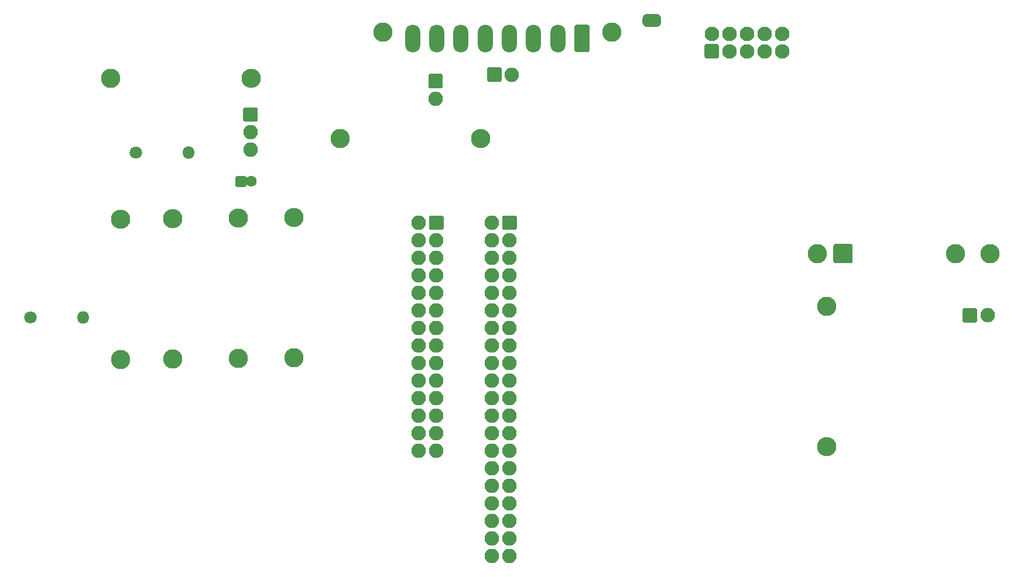
<source format=gbr>
%TF.GenerationSoftware,KiCad,Pcbnew,(5.1.9-0-10_14)*%
%TF.CreationDate,2021-02-14T15:54:45+00:00*%
%TF.ProjectId,base8x,62617365-3878-42e6-9b69-6361645f7063,rev?*%
%TF.SameCoordinates,Original*%
%TF.FileFunction,Soldermask,Bot*%
%TF.FilePolarity,Negative*%
%FSLAX46Y46*%
G04 Gerber Fmt 4.6, Leading zero omitted, Abs format (unit mm)*
G04 Created by KiCad (PCBNEW (5.1.9-0-10_14)) date 2021-02-14 15:54:45*
%MOMM*%
%LPD*%
G01*
G04 APERTURE LIST*
%ADD10C,2.800000*%
%ADD11O,1.800000X1.800000*%
%ADD12C,1.800000*%
%ADD13O,2.800000X2.800000*%
%ADD14C,2.100000*%
%ADD15O,2.100000X2.100000*%
%ADD16O,2.200000X4.000000*%
%ADD17C,0.100000*%
%ADD18C,1.600000*%
G04 APERTURE END LIST*
%TO.C,SSR-Ithink1*%
G36*
G01*
X-198021400Y-62576800D02*
X-198021400Y-60359200D01*
G75*
G02*
X-197730200Y-60068000I291200J0D01*
G01*
X-195512600Y-60068000D01*
G75*
G02*
X-195221400Y-60359200I0J-291200D01*
G01*
X-195221400Y-62576800D01*
G75*
G02*
X-195512600Y-62868000I-291200J0D01*
G01*
X-197730200Y-62868000D01*
G75*
G02*
X-198021400Y-62576800I0J291200D01*
G01*
G37*
D10*
X-200371400Y-61468000D03*
X-180371400Y-61468000D03*
X-175371400Y-61468000D03*
%TD*%
D11*
%TO.C,D2*%
X-306491640Y-70708520D03*
D12*
X-314111640Y-70708520D03*
%TD*%
D11*
%TO.C,D1*%
X-291302440Y-46791880D03*
D12*
X-298922440Y-46791880D03*
%TD*%
D13*
%TO.C,Resistor_SSR1*%
X-198958200Y-89433400D03*
D10*
X-198958200Y-69113400D03*
%TD*%
D13*
%TO.C,Resistor1*%
X-282178760Y-36062920D03*
D10*
X-302498760Y-36062920D03*
%TD*%
D13*
%TO.C,R5*%
X-249021600Y-44780200D03*
D10*
X-269341600Y-44780200D03*
%TD*%
D13*
%TO.C,R4*%
X-293547800Y-56438800D03*
D10*
X-293547800Y-76758800D03*
%TD*%
D13*
%TO.C,R3*%
X-276047200Y-56235600D03*
D10*
X-276047200Y-76555600D03*
%TD*%
D13*
%TO.C,R2*%
X-301066200Y-56489600D03*
D10*
X-301066200Y-76809600D03*
%TD*%
D13*
%TO.C,R1*%
X-284099000Y-56286400D03*
D10*
X-284099000Y-76606400D03*
%TD*%
%TO.C,J1*%
G36*
G01*
X-214879423Y-33206400D02*
X-216361777Y-33206400D01*
G75*
G02*
X-216670600Y-32897577I0J308823D01*
G01*
X-216670600Y-31415223D01*
G75*
G02*
X-216361777Y-31106400I308823J0D01*
G01*
X-214879423Y-31106400D01*
G75*
G02*
X-214570600Y-31415223I0J-308823D01*
G01*
X-214570600Y-32897577D01*
G75*
G02*
X-214879423Y-33206400I-308823J0D01*
G01*
G37*
D14*
X-213080600Y-32156400D03*
X-210540600Y-32156400D03*
X-208000600Y-32156400D03*
X-205460600Y-32156400D03*
X-215620600Y-29616400D03*
X-213080600Y-29616400D03*
X-210540600Y-29616400D03*
X-208000600Y-29616400D03*
X-205460600Y-29616400D03*
%TD*%
%TO.C,J3*%
G36*
G01*
X-256497800Y-57847600D02*
X-256497800Y-56147600D01*
G75*
G02*
X-256297800Y-55947600I200000J0D01*
G01*
X-254597800Y-55947600D01*
G75*
G02*
X-254397800Y-56147600I0J-200000D01*
G01*
X-254397800Y-57847600D01*
G75*
G02*
X-254597800Y-58047600I-200000J0D01*
G01*
X-256297800Y-58047600D01*
G75*
G02*
X-256497800Y-57847600I0J200000D01*
G01*
G37*
D15*
X-257987800Y-56997600D03*
X-255447800Y-59537600D03*
X-257987800Y-59537600D03*
X-255447800Y-62077600D03*
X-257987800Y-62077600D03*
X-255447800Y-64617600D03*
X-257987800Y-64617600D03*
X-255447800Y-67157600D03*
X-257987800Y-67157600D03*
X-255447800Y-69697600D03*
X-257987800Y-69697600D03*
X-255447800Y-72237600D03*
X-257987800Y-72237600D03*
X-255447800Y-74777600D03*
X-257987800Y-74777600D03*
X-255447800Y-77317600D03*
X-257987800Y-77317600D03*
X-255447800Y-79857600D03*
X-257987800Y-79857600D03*
X-255447800Y-82397600D03*
X-257987800Y-82397600D03*
X-255447800Y-84937600D03*
X-257987800Y-84937600D03*
X-255447800Y-87477600D03*
X-257987800Y-87477600D03*
X-255447800Y-90017600D03*
X-257987800Y-90017600D03*
%TD*%
%TO.C,J9*%
G36*
G01*
X-233265800Y-28607755D02*
X-233265800Y-31996645D01*
G75*
G02*
X-233571355Y-32302200I-305555J0D01*
G01*
X-235160245Y-32302200D01*
G75*
G02*
X-235465800Y-31996645I0J305555D01*
G01*
X-235465800Y-28607755D01*
G75*
G02*
X-235160245Y-28302200I305555J0D01*
G01*
X-233571355Y-28302200D01*
G75*
G02*
X-233265800Y-28607755I0J-305555D01*
G01*
G37*
D16*
X-237865800Y-30302200D03*
X-241365800Y-30302200D03*
X-244865800Y-30302200D03*
X-248365800Y-30302200D03*
X-251865800Y-30302200D03*
X-255365800Y-30302200D03*
X-258865800Y-30302200D03*
D10*
X-230065800Y-29402200D03*
X-263165800Y-29402200D03*
%TD*%
D17*
%TO.C,JP6*%
G36*
X-224938112Y-28635398D02*
G01*
X-224956534Y-28635398D01*
X-224976140Y-28634435D01*
X-225024971Y-28629625D01*
X-225044380Y-28626746D01*
X-225092505Y-28617174D01*
X-225111548Y-28612404D01*
X-225158503Y-28598160D01*
X-225176980Y-28591549D01*
X-225222313Y-28572772D01*
X-225240061Y-28564377D01*
X-225283334Y-28541246D01*
X-225300162Y-28531160D01*
X-225340961Y-28503900D01*
X-225356730Y-28492205D01*
X-225394659Y-28461077D01*
X-225409200Y-28447897D01*
X-225443897Y-28413200D01*
X-225457077Y-28398659D01*
X-225488205Y-28360730D01*
X-225499900Y-28344961D01*
X-225527160Y-28304162D01*
X-225537246Y-28287334D01*
X-225560377Y-28244061D01*
X-225568772Y-28226313D01*
X-225587549Y-28180980D01*
X-225594160Y-28162503D01*
X-225608404Y-28115548D01*
X-225613174Y-28096505D01*
X-225622746Y-28048380D01*
X-225625625Y-28028971D01*
X-225630435Y-27980140D01*
X-225631398Y-27960534D01*
X-225631398Y-27942112D01*
X-225632000Y-27936000D01*
X-225632000Y-27436000D01*
X-225631398Y-27429888D01*
X-225631398Y-27411466D01*
X-225630435Y-27391860D01*
X-225625625Y-27343029D01*
X-225622746Y-27323620D01*
X-225613174Y-27275495D01*
X-225608404Y-27256452D01*
X-225594160Y-27209497D01*
X-225587549Y-27191020D01*
X-225568772Y-27145687D01*
X-225560377Y-27127939D01*
X-225537246Y-27084666D01*
X-225527160Y-27067838D01*
X-225499900Y-27027039D01*
X-225488205Y-27011270D01*
X-225457077Y-26973341D01*
X-225443897Y-26958800D01*
X-225409200Y-26924103D01*
X-225394659Y-26910923D01*
X-225356730Y-26879795D01*
X-225340961Y-26868100D01*
X-225300162Y-26840840D01*
X-225283334Y-26830754D01*
X-225240061Y-26807623D01*
X-225222313Y-26799228D01*
X-225176980Y-26780451D01*
X-225158503Y-26773840D01*
X-225111548Y-26759596D01*
X-225092505Y-26754826D01*
X-225044380Y-26745254D01*
X-225024971Y-26742375D01*
X-224976140Y-26737565D01*
X-224956534Y-26736602D01*
X-224938112Y-26736602D01*
X-224932000Y-26736000D01*
X-224432000Y-26736000D01*
X-224392982Y-26739843D01*
X-224355463Y-26751224D01*
X-224320886Y-26769706D01*
X-224290579Y-26794579D01*
X-224265706Y-26824886D01*
X-224247224Y-26859463D01*
X-224235843Y-26896982D01*
X-224232000Y-26936000D01*
X-224232000Y-28436000D01*
X-224235843Y-28475018D01*
X-224247224Y-28512537D01*
X-224265706Y-28547114D01*
X-224290579Y-28577421D01*
X-224320886Y-28602294D01*
X-224355463Y-28620776D01*
X-224392982Y-28632157D01*
X-224432000Y-28636000D01*
X-224932000Y-28636000D01*
X-224938112Y-28635398D01*
G37*
G36*
X-224171018Y-28632157D02*
G01*
X-224208537Y-28620776D01*
X-224243114Y-28602294D01*
X-224273421Y-28577421D01*
X-224298294Y-28547114D01*
X-224316776Y-28512537D01*
X-224328157Y-28475018D01*
X-224332000Y-28436000D01*
X-224332000Y-26936000D01*
X-224328157Y-26896982D01*
X-224316776Y-26859463D01*
X-224298294Y-26824886D01*
X-224273421Y-26794579D01*
X-224243114Y-26769706D01*
X-224208537Y-26751224D01*
X-224171018Y-26739843D01*
X-224132000Y-26736000D01*
X-223632000Y-26736000D01*
X-223625888Y-26736602D01*
X-223607466Y-26736602D01*
X-223587860Y-26737565D01*
X-223539029Y-26742375D01*
X-223519620Y-26745254D01*
X-223471495Y-26754826D01*
X-223452452Y-26759596D01*
X-223405497Y-26773840D01*
X-223387020Y-26780451D01*
X-223341687Y-26799228D01*
X-223323939Y-26807623D01*
X-223280666Y-26830754D01*
X-223263838Y-26840840D01*
X-223223039Y-26868100D01*
X-223207270Y-26879795D01*
X-223169341Y-26910923D01*
X-223154800Y-26924103D01*
X-223120103Y-26958800D01*
X-223106923Y-26973341D01*
X-223075795Y-27011270D01*
X-223064100Y-27027039D01*
X-223036840Y-27067838D01*
X-223026754Y-27084666D01*
X-223003623Y-27127939D01*
X-222995228Y-27145687D01*
X-222976451Y-27191020D01*
X-222969840Y-27209497D01*
X-222955596Y-27256452D01*
X-222950826Y-27275495D01*
X-222941254Y-27323620D01*
X-222938375Y-27343029D01*
X-222933565Y-27391860D01*
X-222932602Y-27411466D01*
X-222932602Y-27429888D01*
X-222932000Y-27436000D01*
X-222932000Y-27936000D01*
X-222932602Y-27942112D01*
X-222932602Y-27960534D01*
X-222933565Y-27980140D01*
X-222938375Y-28028971D01*
X-222941254Y-28048380D01*
X-222950826Y-28096505D01*
X-222955596Y-28115548D01*
X-222969840Y-28162503D01*
X-222976451Y-28180980D01*
X-222995228Y-28226313D01*
X-223003623Y-28244061D01*
X-223026754Y-28287334D01*
X-223036840Y-28304162D01*
X-223064100Y-28344961D01*
X-223075795Y-28360730D01*
X-223106923Y-28398659D01*
X-223120103Y-28413200D01*
X-223154800Y-28447897D01*
X-223169341Y-28461077D01*
X-223207270Y-28492205D01*
X-223223039Y-28503900D01*
X-223263838Y-28531160D01*
X-223280666Y-28541246D01*
X-223323939Y-28564377D01*
X-223341687Y-28572772D01*
X-223387020Y-28591549D01*
X-223405497Y-28598160D01*
X-223452452Y-28612404D01*
X-223471495Y-28617174D01*
X-223519620Y-28626746D01*
X-223539029Y-28629625D01*
X-223587860Y-28634435D01*
X-223607466Y-28635398D01*
X-223625888Y-28635398D01*
X-223632000Y-28636000D01*
X-224132000Y-28636000D01*
X-224171018Y-28632157D01*
G37*
%TD*%
D15*
%TO.C,P3*%
X-255549400Y-39014400D03*
G36*
G01*
X-256599400Y-37324400D02*
X-256599400Y-35624400D01*
G75*
G02*
X-256399400Y-35424400I200000J0D01*
G01*
X-254699400Y-35424400D01*
G75*
G02*
X-254499400Y-35624400I0J-200000D01*
G01*
X-254499400Y-37324400D01*
G75*
G02*
X-254699400Y-37524400I-200000J0D01*
G01*
X-256399400Y-37524400D01*
G75*
G02*
X-256599400Y-37324400I0J200000D01*
G01*
G37*
%TD*%
%TO.C,P4*%
G36*
G01*
X-246190400Y-36610000D02*
X-247890400Y-36610000D01*
G75*
G02*
X-248090400Y-36410000I0J200000D01*
G01*
X-248090400Y-34710000D01*
G75*
G02*
X-247890400Y-34510000I200000J0D01*
G01*
X-246190400Y-34510000D01*
G75*
G02*
X-245990400Y-34710000I0J-200000D01*
G01*
X-245990400Y-36410000D01*
G75*
G02*
X-246190400Y-36610000I-200000J0D01*
G01*
G37*
X-244500400Y-35560000D03*
%TD*%
%TO.C,Raspberry_header1*%
G36*
G01*
X-245906000Y-57847600D02*
X-245906000Y-56147600D01*
G75*
G02*
X-245706000Y-55947600I200000J0D01*
G01*
X-244006000Y-55947600D01*
G75*
G02*
X-243806000Y-56147600I0J-200000D01*
G01*
X-243806000Y-57847600D01*
G75*
G02*
X-244006000Y-58047600I-200000J0D01*
G01*
X-245706000Y-58047600D01*
G75*
G02*
X-245906000Y-57847600I0J200000D01*
G01*
G37*
X-247396000Y-56997600D03*
X-244856000Y-59537600D03*
X-247396000Y-59537600D03*
X-244856000Y-62077600D03*
X-247396000Y-62077600D03*
X-244856000Y-64617600D03*
X-247396000Y-64617600D03*
X-244856000Y-67157600D03*
X-247396000Y-67157600D03*
X-244856000Y-69697600D03*
X-247396000Y-69697600D03*
X-244856000Y-72237600D03*
X-247396000Y-72237600D03*
X-244856000Y-74777600D03*
X-247396000Y-74777600D03*
X-244856000Y-77317600D03*
X-247396000Y-77317600D03*
X-244856000Y-79857600D03*
X-247396000Y-79857600D03*
X-244856000Y-82397600D03*
X-247396000Y-82397600D03*
X-244856000Y-84937600D03*
X-247396000Y-84937600D03*
X-244856000Y-87477600D03*
X-247396000Y-87477600D03*
X-244856000Y-90017600D03*
X-247396000Y-90017600D03*
X-244856000Y-92557600D03*
X-247396000Y-92557600D03*
X-244856000Y-95097600D03*
X-247396000Y-95097600D03*
X-244856000Y-97637600D03*
X-247396000Y-97637600D03*
X-244856000Y-100177600D03*
X-247396000Y-100177600D03*
X-244856000Y-102717600D03*
X-247396000Y-102717600D03*
X-244856000Y-105257600D03*
X-247396000Y-105257600D03*
%TD*%
%TO.C,SSR_connector1*%
G36*
G01*
X-177432600Y-71433400D02*
X-179132600Y-71433400D01*
G75*
G02*
X-179332600Y-71233400I0J200000D01*
G01*
X-179332600Y-69533400D01*
G75*
G02*
X-179132600Y-69333400I200000J0D01*
G01*
X-177432600Y-69333400D01*
G75*
G02*
X-177232600Y-69533400I0J-200000D01*
G01*
X-177232600Y-71233400D01*
G75*
G02*
X-177432600Y-71433400I-200000J0D01*
G01*
G37*
X-175742600Y-70383400D03*
%TD*%
%TO.C,Temp_sensor1*%
G36*
G01*
X-283371000Y-42175800D02*
X-283371000Y-40475800D01*
G75*
G02*
X-283171000Y-40275800I200000J0D01*
G01*
X-281471000Y-40275800D01*
G75*
G02*
X-281271000Y-40475800I0J-200000D01*
G01*
X-281271000Y-42175800D01*
G75*
G02*
X-281471000Y-42375800I-200000J0D01*
G01*
X-283171000Y-42375800D01*
G75*
G02*
X-283371000Y-42175800I0J200000D01*
G01*
G37*
X-282321000Y-43865800D03*
X-282321000Y-46405800D03*
%TD*%
%TO.C,C1*%
G36*
G01*
X-284518000Y-51603200D02*
X-284518000Y-50403200D01*
G75*
G02*
X-284318000Y-50203200I200000J0D01*
G01*
X-283118000Y-50203200D01*
G75*
G02*
X-282918000Y-50403200I0J-200000D01*
G01*
X-282918000Y-51603200D01*
G75*
G02*
X-283118000Y-51803200I-200000J0D01*
G01*
X-284318000Y-51803200D01*
G75*
G02*
X-284518000Y-51603200I0J200000D01*
G01*
G37*
D18*
X-282218000Y-51003200D03*
%TD*%
M02*

</source>
